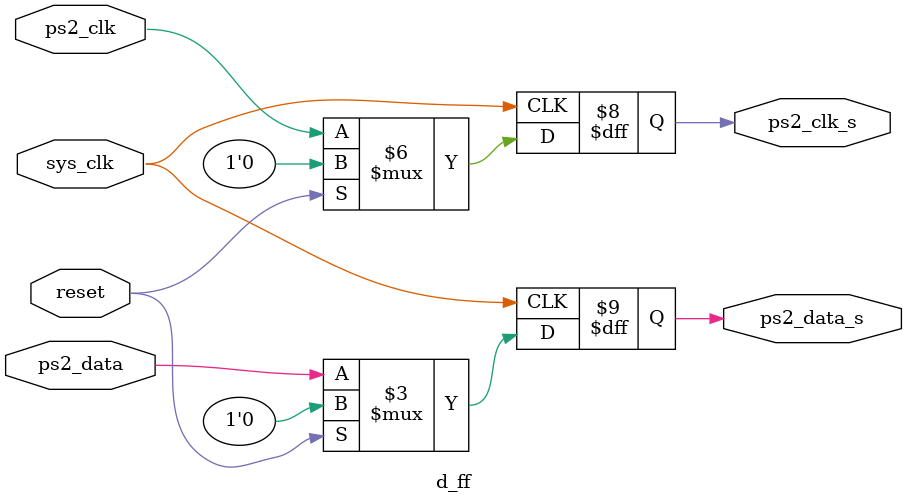
<source format=v>
`timescale 1ns / 1ps
module d_ff(reset,sys_clk,ps2_clk,ps2_data,ps2_clk_s,ps2_data_s);

	input sys_clk,reset;
	input ps2_clk,ps2_data;
	
	output reg ps2_clk_s,ps2_data_s;
	
	always@(posedge sys_clk)begin
		if (reset)begin 
			ps2_clk_s<=0;
			ps2_data_s<=0;
		end
		else begin
			ps2_clk_s<=ps2_clk;
			ps2_data_s<=ps2_data;
		end
	end
endmodule

</source>
